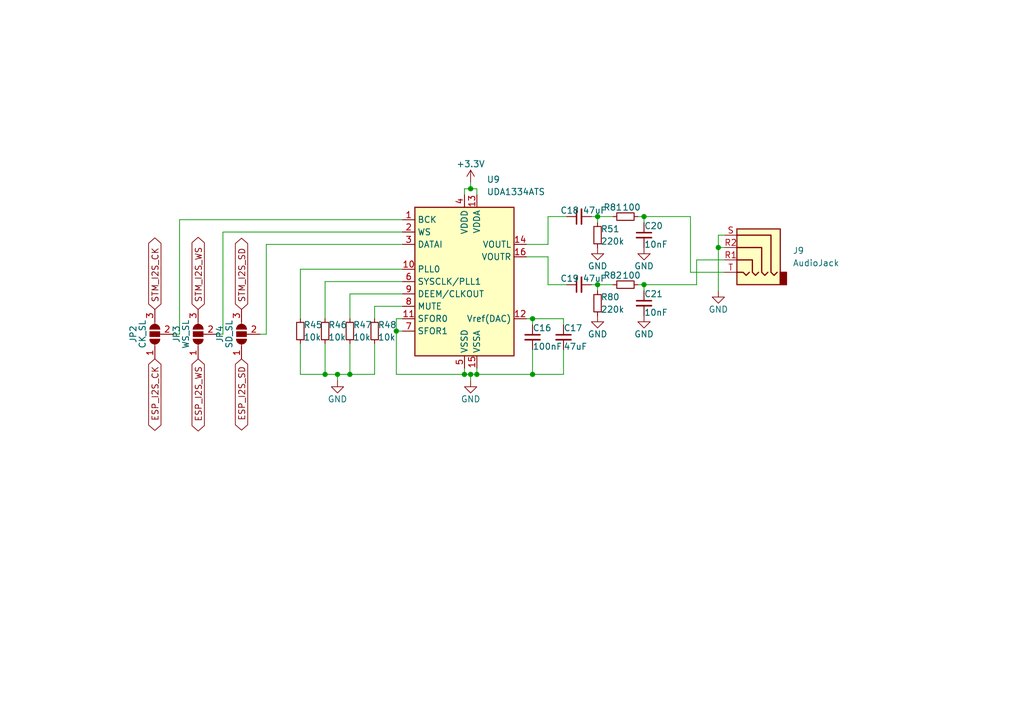
<source format=kicad_sch>
(kicad_sch (version 20211123) (generator eeschema)
  (paper "A5")
  (lib_symbols
    (symbol "Audio:UDA1334ATS"
      (property "Reference" "U" (at -10.16 16.51 0))
      (property "Value" "UDA1334ATS" (at 3.81 16.51 0))
      (symbol "UDA1334ATS_0_1"
        (rectangle (start -10.16 15.24) (end 10.16 -15.24) (stroke (width 0.254)) (fill (type background)))
      )
      (symbol "UDA1334ATS_1_1"
        (pin input line (at -12.7 12.7 0) (length 2.54) (name "BCK") (number "1"))
        (pin input line (at -12.7 2.54 0) (length 2.54) (name "PLL0") (number "10"))
        (pin input line (at -12.7 -7.62 0) (length 2.54) (name "SFOR0") (number "11"))
        (pin passive line (at 12.7 -7.62 180) (length 2.54) (name "Vref(DAC)") (number "12"))
        (pin power_in line (at 2.54 17.78 270) (length 2.54) (name "VDDA") (number "13"))
        (pin output line (at 12.7 7.62 180) (length 2.54) (name "VOUTL") (number "14"))
        (pin power_in line (at 2.54 -17.78 90) (length 2.54) (name "VSSA") (number "15"))
        (pin output line (at 12.7 5.08 180) (length 2.54) (name "VOUTR") (number "16"))
        (pin input line (at -12.7 10.16 0) (length 2.54) (name "WS") (number "2"))
        (pin input line (at -12.7 7.62 0) (length 2.54) (name "DATAI") (number "3"))
        (pin power_in line (at 0 17.78 270) (length 2.54) (name "VDDD") (number "4"))
        (pin power_in line (at 0 -17.78 90) (length 2.54) (name "VSSD") (number "5"))
        (pin input line (at -12.7 0 0) (length 2.54) (name "SYSCLK/PLL1") (number "6"))
        (pin input line (at -12.7 -10.16 0) (length 2.54) (name "SFOR1") (number "7"))
        (pin input line (at -12.7 -5.08 0) (length 2.54) (name "MUTE") (number "8"))
        (pin bidirectional line (at -12.7 -2.54 0) (length 2.54) (name "DEEM/CLKOUT") (number "9"))
      )
    )
    (symbol "Connector:AudioJack4"
      (property "Reference" "J" (at 0 8.89 0))
      (property "Value" "AudioJack4" (at 0 6.35 0))
      (symbol "AudioJack4_0_1"
        (rectangle (start -6.35 -5.08) (end -7.62 -7.62) (stroke (width 0.254)) (fill (type outline)))
        (polyline (pts (xy 0 -5.08) (xy 0.635 -5.715) (xy 1.27 -5.08) (xy 2.54 -5.08)) (stroke (width 0.254)))
        (polyline (pts (xy -5.715 -5.08) (xy -5.08 -5.715) (xy -4.445 -5.08) (xy -4.445 2.54) (xy 2.54 2.54)) (stroke (width 0.254)))
        (polyline (pts (xy -1.905 -5.08) (xy -1.27 -5.715) (xy -0.635 -5.08) (xy -0.635 -2.54) (xy 2.54 -2.54)) (stroke (width 0.254)))
        (polyline (pts (xy 2.54 0) (xy -2.54 0) (xy -2.54 -5.08) (xy -3.175 -5.715) (xy -3.81 -5.08)) (stroke (width 0.254)))
        (rectangle (start 2.54 3.81) (end -6.35 -7.62) (stroke (width 0.254)) (fill (type background)))
      )
      (symbol "AudioJack4_1_1"
        (pin passive line (at 5.08 -2.54 180) (length 2.54) (name "~") (number "R1"))
        (pin passive line (at 5.08 0 180) (length 2.54) (name "~") (number "R2"))
        (pin passive line (at 5.08 2.54 180) (length 2.54) (name "~") (number "S"))
        (pin passive line (at 5.08 -5.08 180) (length 2.54) (name "~") (number "T"))
      )
    )
    (symbol "Device:C_Small" (pin_numbers hide) (pin_names (offset 0.254) hide)
      (property "Reference" "C" (at 0.254 1.778 0))
      (property "Value" "C_Small" (at 0.254 -2.032 0))
      (symbol "C_Small_0_1"
        (polyline (pts (xy -1.524 -0.508) (xy 1.524 -0.508)) (stroke (width 0.3302)))
        (polyline (pts (xy -1.524 0.508) (xy 1.524 0.508)) (stroke (width 0.3048)))
      )
      (symbol "C_Small_1_1"
        (pin passive line (at 0 2.54 270) (length 2.032) (name "~") (number "1"))
        (pin passive line (at 0 -2.54 90) (length 2.032) (name "~") (number "2"))
      )
    )
    (symbol "Device:R_Small" (pin_numbers hide) (pin_names (offset 0.254) hide)
      (property "Reference" "R" (at 0.762 0.508 0))
      (property "Value" "R_Small" (at 0.762 -1.016 0))
      (symbol "R_Small_0_1"
        (rectangle (start -0.762 1.778) (end 0.762 -1.778) (stroke (width 0.2032)))
      )
      (symbol "R_Small_1_1"
        (pin passive line (at 0 2.54 270) (length 0.762) (name "~") (number "1"))
        (pin passive line (at 0 -2.54 90) (length 0.762) (name "~") (number "2"))
      )
    )
    (symbol "Jumper:SolderJumper_3_Open" (pin_names (offset 0) hide)
      (property "Reference" "JP" (at -2.54 -2.54 0))
      (property "Value" "SolderJumper_3_Open" (at 0 2.794 0))
      (symbol "SolderJumper_3_Open_0_1"
        (arc (start -1.016 1.016) (mid -2.032 0) (end -1.016 -1.016))
        (arc (start -1.016 1.016) (mid -2.032 0) (end -1.016 -1.016) (fill (type outline)))
        (rectangle (start -0.508 1.016) (end 0.508 -1.016) (fill (type outline)))
        (polyline (pts (xy -2.54 0) (xy -2.032 0)))
        (polyline (pts (xy -1.016 1.016) (xy -1.016 -1.016)))
        (polyline (pts (xy 0 -1.27) (xy 0 -1.016)))
        (polyline (pts (xy 1.016 1.016) (xy 1.016 -1.016)))
        (polyline (pts (xy 2.54 0) (xy 2.032 0)))
        (arc (start 1.016 -1.016) (mid 2.032 0) (end 1.016 1.016))
        (arc (start 1.016 -1.016) (mid 2.032 0) (end 1.016 1.016) (fill (type outline)))
      )
      (symbol "SolderJumper_3_Open_1_1"
        (pin passive line (at -5.08 0 0) (length 2.54) (name "A") (number "1"))
        (pin passive line (at 0 -3.81 90) (length 2.54) (name "C") (number "2"))
        (pin passive line (at 5.08 0 180) (length 2.54) (name "B") (number "3"))
      )
    )
    (symbol "power:+3.3V" (power) (pin_names (offset 0))
      (property "Value" "+3.3V" (at 0 3.556 0))
      (symbol "+3.3V_0_1"
        (polyline (pts (xy -0.762 1.27) (xy 0 2.54)))
        (polyline (pts (xy 0 0) (xy 0 2.54)))
        (polyline (pts (xy 0 2.54) (xy 0.762 1.27)))
      )
      (symbol "+3.3V_1_1"
        (pin power_in line (at 0 0 90) (length 0) hide (name "+3.3V") (number "1"))
      )
    )
    (symbol "power:GND" (power) (pin_names (offset 0))
      (property "Value" "GND" (at 0 -3.81 0))
      (symbol "GND_0_1"
        (polyline (pts (xy 0 0) (xy 0 -1.27) (xy 1.27 -1.27) (xy 0 -2.54) (xy -1.27 -1.27) (xy 0 -1.27)))
      )
      (symbol "GND_1_1"
        (pin power_in line (at 0 0 270) (length 0) hide (name "GND") (number "1"))
      )
    )
  )
  (junction (at 71.755 76.835))
  (junction (at 132.08 58.42))
  (junction (at 97.79 76.835))
  (junction (at 81.28 67.945))
  (junction (at 66.675 76.835))
  (junction (at 109.22 65.405))
  (junction (at 109.22 76.835))
  (junction (at 69.215 76.835))
  (junction (at 147.32 50.8))
  (junction (at 96.52 76.835))
  (junction (at 95.25 76.835))
  (junction (at 122.555 44.45))
  (junction (at 122.555 58.42))
  (junction (at 96.52 38.735))
  (junction (at 132.08 44.45))
  (wire (pts (xy 112.395 52.705) (xy 112.395 58.42)))
  (wire (pts (xy 122.555 59.69) (xy 122.555 58.42)))
  (wire (pts (xy 132.08 59.69) (xy 132.08 58.42)))
  (wire (pts (xy 97.79 75.565) (xy 97.79 76.835)))
  (wire (pts (xy 112.395 50.165) (xy 112.395 44.45)))
  (wire (pts (xy 95.25 38.735) (xy 95.25 40.005)))
  (wire (pts (xy 82.55 50.165) (xy 54.61 50.165)))
  (wire (pts (xy 96.52 38.735) (xy 95.25 38.735)))
  (wire (pts (xy 122.555 58.42) (xy 125.73 58.42)))
  (wire (pts (xy 148.59 53.34) (xy 142.875 53.34)))
  (wire (pts (xy 44.45 68.58) (xy 45.72 68.58)))
  (wire (pts (xy 71.755 60.325) (xy 71.755 65.405)))
  (wire (pts (xy 96.52 76.835) (xy 95.25 76.835)))
  (wire (pts (xy 148.59 55.88) (xy 141.605 55.88)))
  (wire (pts (xy 36.83 68.58) (xy 35.56 68.58)))
  (wire (pts (xy 132.08 58.42) (xy 130.81 58.42)))
  (wire (pts (xy 54.61 68.58) (xy 53.34 68.58)))
  (wire (pts (xy 122.555 44.45) (xy 125.73 44.45)))
  (wire (pts (xy 141.605 55.88) (xy 141.605 44.45)))
  (wire (pts (xy 96.52 37.465) (xy 96.52 38.735)))
  (wire (pts (xy 97.79 76.835) (xy 96.52 76.835)))
  (wire (pts (xy 132.08 44.45) (xy 130.81 44.45)))
  (wire (pts (xy 148.59 50.8) (xy 147.32 50.8)))
  (wire (pts (xy 115.57 66.675) (xy 115.57 65.405)))
  (wire (pts (xy 147.32 48.26) (xy 148.59 48.26)))
  (wire (pts (xy 66.675 57.785) (xy 66.675 65.405)))
  (wire (pts (xy 109.22 65.405) (xy 107.95 65.405)))
  (wire (pts (xy 61.595 70.485) (xy 61.595 76.835)))
  (wire (pts (xy 112.395 44.45) (xy 116.205 44.45)))
  (wire (pts (xy 82.55 45.085) (xy 36.83 45.085)))
  (wire (pts (xy 71.755 70.485) (xy 71.755 76.835)))
  (wire (pts (xy 82.55 60.325) (xy 71.755 60.325)))
  (wire (pts (xy 142.875 53.34) (xy 142.875 58.42)))
  (wire (pts (xy 66.675 76.835) (xy 69.215 76.835)))
  (wire (pts (xy 71.755 76.835) (xy 76.835 76.835)))
  (wire (pts (xy 112.395 58.42) (xy 116.205 58.42)))
  (wire (pts (xy 95.25 76.835) (xy 95.25 75.565)))
  (wire (pts (xy 122.555 45.72) (xy 122.555 44.45)))
  (wire (pts (xy 82.55 55.245) (xy 61.595 55.245)))
  (wire (pts (xy 96.52 76.835) (xy 96.52 78.105)))
  (wire (pts (xy 61.595 76.835) (xy 66.675 76.835)))
  (wire (pts (xy 147.32 50.8) (xy 147.32 48.26)))
  (wire (pts (xy 69.215 76.835) (xy 69.215 78.105)))
  (wire (pts (xy 76.835 62.865) (xy 76.835 65.405)))
  (wire (pts (xy 36.83 45.085) (xy 36.83 68.58)))
  (wire (pts (xy 132.08 45.72) (xy 132.08 44.45)))
  (wire (pts (xy 107.95 50.165) (xy 112.395 50.165)))
  (wire (pts (xy 122.555 58.42) (xy 121.285 58.42)))
  (wire (pts (xy 54.61 50.165) (xy 54.61 68.58)))
  (wire (pts (xy 97.79 40.005) (xy 97.79 38.735)))
  (wire (pts (xy 141.605 44.45) (xy 132.08 44.45)))
  (wire (pts (xy 82.55 67.945) (xy 81.28 67.945)))
  (wire (pts (xy 115.57 71.755) (xy 115.57 76.835)))
  (wire (pts (xy 95.25 76.835) (xy 81.28 76.835)))
  (wire (pts (xy 76.835 70.485) (xy 76.835 76.835)))
  (wire (pts (xy 109.22 66.675) (xy 109.22 65.405)))
  (wire (pts (xy 81.28 67.945) (xy 81.28 65.405)))
  (wire (pts (xy 147.32 50.8) (xy 147.32 59.69)))
  (wire (pts (xy 69.215 76.835) (xy 71.755 76.835)))
  (wire (pts (xy 82.55 57.785) (xy 66.675 57.785)))
  (wire (pts (xy 109.22 71.755) (xy 109.22 76.835)))
  (wire (pts (xy 97.79 38.735) (xy 96.52 38.735)))
  (wire (pts (xy 61.595 55.245) (xy 61.595 65.405)))
  (wire (pts (xy 115.57 65.405) (xy 109.22 65.405)))
  (wire (pts (xy 122.555 44.45) (xy 121.285 44.45)))
  (wire (pts (xy 107.95 52.705) (xy 112.395 52.705)))
  (wire (pts (xy 66.675 70.485) (xy 66.675 76.835)))
  (wire (pts (xy 81.28 76.835) (xy 81.28 67.945)))
  (wire (pts (xy 45.72 47.625) (xy 82.55 47.625)))
  (wire (pts (xy 109.22 76.835) (xy 97.79 76.835)))
  (wire (pts (xy 82.55 62.865) (xy 76.835 62.865)))
  (wire (pts (xy 142.875 58.42) (xy 132.08 58.42)))
  (wire (pts (xy 81.28 65.405) (xy 82.55 65.405)))
  (wire (pts (xy 45.72 47.625) (xy 45.72 68.58)))
  (wire (pts (xy 115.57 76.835) (xy 109.22 76.835)))
  (global_label "ESP_I2S_SD" (shape bidirectional) (at 49.53 73.66 270) (property "Intersheet References" "${INTERSHEET_REFS}" (effects hide)))
  (global_label "STM_I2S_CK" (shape bidirectional) (at 31.75 63.5 90) (property "Intersheet References" "${INTERSHEET_REFS}" (effects hide)))
  (global_label "STM_I2S_WS" (shape bidirectional) (at 40.64 63.5 90) (property "Intersheet References" "${INTERSHEET_REFS}" (effects hide)))
  (global_label "ESP_I2S_WS" (shape bidirectional) (at 40.64 73.66 270) (property "Intersheet References" "${INTERSHEET_REFS}" (effects hide)))
  (global_label "STM_I2S_SD" (shape bidirectional) (at 49.53 63.5 90) (property "Intersheet References" "${INTERSHEET_REFS}" (effects hide)))
  (global_label "ESP_I2S_CK" (shape bidirectional) (at 31.75 73.66 270) (property "Intersheet References" "${INTERSHEET_REFS}" (effects hide)))
  (symbol (lib_id "Device:R_Small") (at 76.835 67.945 0) (unit 1)
    (property "Reference" "R48" (at 77.47 66.675 0) (effects (justify left)))
    (property "Value" "10k" (at 77.47 69.215 0) (effects (justify left)))
    (property "Footprint" "Resistor_SMD:R_0603_1608Metric" (effects hide))
  )
  (symbol (lib_id "Jumper:SolderJumper_3_Open") (at 49.53 68.58 90) (unit 1)
    (property "Reference" "JP4" (at 45.085 68.58 0))
    (property "Value" "SD_SL" (at 46.99 68.58 0))
    (property "Footprint" "Jumper:SolderJumper-3_P1.3mm_Open_RoundedPad1.0x1.5mm" (effects hide))
  )
  (symbol (lib_id "power:GND") (at 69.215 78.105 0) (unit 1)
    (property "Reference" "#PWR0126" (effects hide))
    (property "Value" "GND" (at 69.215 81.915 0))
  )
  (symbol (lib_id "Device:C_Small") (at 118.745 58.42 90) (unit 1)
    (property "Reference" "C19" (at 116.84 57.15 90))
    (property "Value" "47uF" (at 121.92 57.15 90))
    (property "Footprint" "Capacitor_SMD:C_1206_3216Metric" (effects hide))
  )
  (symbol (lib_id "power:+3.3V") (at 96.52 37.465 0) (unit 1)
    (property "Reference" "#PWR0131" (effects hide))
    (property "Value" "+3.3V" (at 96.52 33.655 0))
  )
  (symbol (lib_id "power:GND") (at 122.555 50.8 0) (unit 1)
    (property "Reference" "#PWR0134" (effects hide))
    (property "Value" "GND" (at 122.555 54.61 0))
  )
  (symbol (lib_id "Device:C_Small") (at 115.57 69.215 0) (unit 1)
    (property "Reference" "C17" (at 115.57 67.31 0) (effects (justify left)))
    (property "Value" "47uF" (at 115.57 71.12 0) (effects (justify left)))
    (property "Footprint" "Capacitor_SMD:C_1206_3216Metric" (effects hide))
  )
  (symbol (lib_id "Device:R_Small") (at 66.675 67.945 0) (unit 1)
    (property "Reference" "R46" (at 67.31 66.675 0) (effects (justify left)))
    (property "Value" "10k" (at 67.31 69.215 0) (effects (justify left)))
    (property "Footprint" "Resistor_SMD:R_0603_1608Metric" (effects hide))
  )
  (symbol (lib_id "Jumper:SolderJumper_3_Open") (at 40.64 68.58 90) (unit 1)
    (property "Reference" "JP3" (at 36.195 68.58 0))
    (property "Value" "WS_SL" (at 38.1 68.58 0))
    (property "Footprint" "Jumper:SolderJumper-3_P1.3mm_Open_RoundedPad1.0x1.5mm" (effects hide))
  )
  (symbol (lib_id "Device:R_Small") (at 128.27 58.42 90) (unit 1)
    (property "Reference" "R82" (at 127.635 56.515 90) (effects (justify left)))
    (property "Value" "100" (at 131.445 56.515 90) (effects (justify left)))
    (property "Footprint" "Resistor_SMD:R_0603_1608Metric" (effects hide))
  )
  (symbol (lib_id "Jumper:SolderJumper_3_Open") (at 31.75 68.58 90) (unit 1)
    (property "Reference" "JP2" (at 27.305 68.58 0))
    (property "Value" "CK_SL" (at 29.21 68.58 0))
    (property "Footprint" "Jumper:SolderJumper-3_P1.3mm_Open_RoundedPad1.0x1.5mm" (effects hide))
  )
  (symbol (lib_id "Device:C_Small") (at 118.745 44.45 90) (unit 1)
    (property "Reference" "C18" (at 116.84 43.18 90))
    (property "Value" "47uF" (at 121.92 43.18 90))
    (property "Footprint" "Capacitor_SMD:C_1206_3216Metric" (effects hide))
  )
  (symbol (lib_id "Device:C_Small") (at 132.08 48.26 0) (unit 1)
    (property "Reference" "C20" (at 132.08 46.355 0) (effects (justify left)))
    (property "Value" "10nF" (at 132.08 50.165 0) (effects (justify left)))
    (property "Footprint" "Capacitor_SMD:C_0603_1608Metric" (effects hide))
  )
  (symbol (lib_id "Device:R_Small") (at 61.595 67.945 0) (unit 1)
    (property "Reference" "R45" (at 62.23 66.675 0) (effects (justify left)))
    (property "Value" "10k" (at 62.23 69.215 0) (effects (justify left)))
    (property "Footprint" "Resistor_SMD:R_0603_1608Metric" (effects hide))
  )
  (symbol (lib_id "Device:R_Small") (at 71.755 67.945 0) (unit 1)
    (property "Reference" "R47" (at 72.39 66.675 0) (effects (justify left)))
    (property "Value" "10k" (at 72.39 69.215 0) (effects (justify left)))
    (property "Footprint" "Resistor_SMD:R_0603_1608Metric" (effects hide))
  )
  (symbol (lib_id "power:GND") (at 132.08 64.77 0) (unit 1)
    (property "Reference" "#PWR0135" (effects hide))
    (property "Value" "GND" (at 132.08 68.58 0))
  )
  (symbol (lib_id "Device:R_Small") (at 122.555 62.23 0) (unit 1)
    (property "Reference" "R80" (at 123.19 60.96 0) (effects (justify left)))
    (property "Value" "220k" (at 123.19 63.5 0) (effects (justify left)))
    (property "Footprint" "Resistor_SMD:R_0603_1608Metric" (effects hide))
  )
  (symbol (lib_id "power:GND") (at 147.32 59.69 0) (unit 1)
    (property "Reference" "#PWR0137" (effects hide))
    (property "Value" "GND" (at 147.32 63.5 0))
  )
  (symbol (lib_id "power:GND") (at 96.52 78.105 0) (unit 1)
    (property "Reference" "#PWR0122" (effects hide))
    (property "Value" "GND" (at 96.52 81.915 0))
  )
  (symbol (lib_id "power:GND") (at 122.555 64.77 0) (unit 1)
    (property "Reference" "#PWR0136" (effects hide))
    (property "Value" "GND" (at 122.555 68.58 0))
  )
  (symbol (lib_id "Device:R_Small") (at 122.555 48.26 0) (unit 1)
    (property "Reference" "R51" (at 123.19 46.99 0) (effects (justify left)))
    (property "Value" "220k" (at 123.19 49.53 0) (effects (justify left)))
    (property "Footprint" "Resistor_SMD:R_0603_1608Metric" (effects hide))
  )
  (symbol (lib_id "Device:C_Small") (at 132.08 62.23 0) (unit 1)
    (property "Reference" "C21" (at 132.08 60.325 0) (effects (justify left)))
    (property "Value" "10nF" (at 132.08 64.135 0) (effects (justify left)))
    (property "Footprint" "Capacitor_SMD:C_0603_1608Metric" (effects hide))
  )
  (symbol (lib_id "Device:R_Small") (at 128.27 44.45 90) (unit 1)
    (property "Reference" "R81" (at 127.635 42.545 90) (effects (justify left)))
    (property "Value" "100" (at 131.445 42.545 90) (effects (justify left)))
    (property "Footprint" "Resistor_SMD:R_0603_1608Metric" (effects hide))
  )
  (symbol (lib_id "Connector:AudioJack4") (at 153.67 50.8 0) (mirror y) (unit 1)
    (property "Reference" "J9" (at 162.56 51.4349 0) (effects (justify right)))
    (property "Value" "AudioJack" (at 162.56 53.9749 0) (effects (justify right)))
    (property "Footprint" "Connector_Audio:Jack_3.5mm_PJ320D_Horizontal" (effects hide))
  )
  (symbol (lib_id "power:GND") (at 132.08 50.8 0) (unit 1)
    (property "Reference" "#PWR0132" (effects hide))
    (property "Value" "GND" (at 132.08 54.61 0))
  )
  (symbol (lib_id "Device:C_Small") (at 109.22 69.215 0) (unit 1)
    (property "Reference" "C16" (at 109.22 67.31 0) (effects (justify left)))
    (property "Value" "100nF" (at 109.22 71.12 0) (effects (justify left)))
    (property "Footprint" "Capacitor_SMD:C_0603_1608Metric" (effects hide))
  )
  (symbol (lib_id "Audio:UDA1334ATS") (at 95.25 57.785 0) (unit 1)
    (property "Reference" "U9" (at 99.8094 36.83 0) (effects (justify left)))
    (property "Value" "UDA1334ATS" (at 99.8094 39.37 0) (effects (justify left)))
    (property "Footprint" "Package_SO:SSOP-16_4.4x5.2mm_P0.65mm" (effects hide))
    (property "Datasheet" "http://www.nxp.com/docs/en/data-sheet/UDA1334ATS.pdf" (effects hide))
  )
)
</source>
